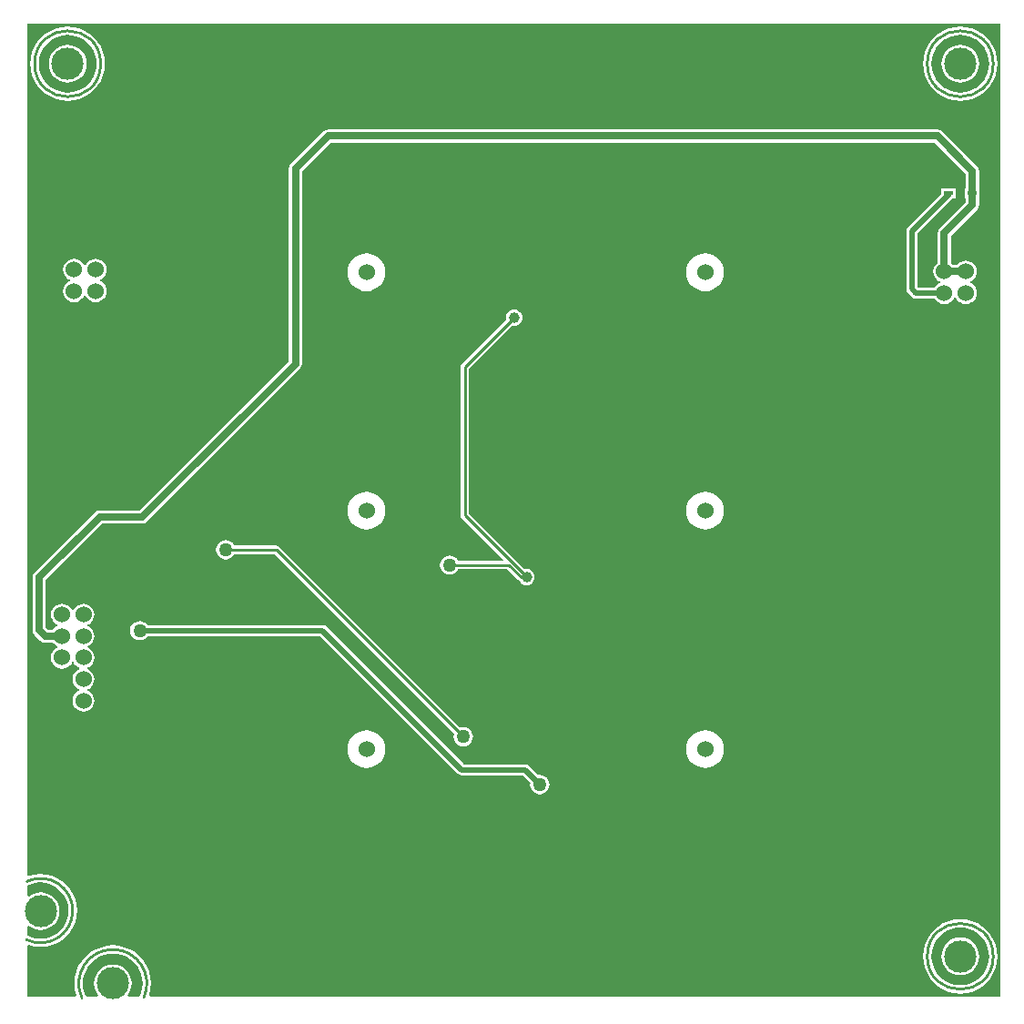
<source format=gbr>
%TF.GenerationSoftware,Altium Limited,Altium Designer,18.1.7 (191)*%
G04 Layer_Physical_Order=1*
G04 Layer_Color=255*
%FSLAX43Y43*%
%MOMM*%
%TF.FileFunction,Copper,L1,Top,Signal*%
%TF.Part,Single*%
G01*
G75*
%TA.AperFunction,NonConductor*%
%ADD10C,0.254*%
%TA.AperFunction,SMDPad,CuDef*%
%ADD11R,0.850X0.450*%
%TA.AperFunction,Conductor*%
%ADD12C,0.700*%
%ADD13C,0.254*%
%ADD14C,0.500*%
%TA.AperFunction,ComponentPad*%
%ADD15C,1.524*%
%TA.AperFunction,ViaPad*%
%ADD16C,3.000*%
%ADD17C,1.270*%
%ADD18C,1.000*%
G36*
X2709Y11549D02*
X3201Y11400D01*
X3653Y11158D01*
X4050Y10832D01*
X4376Y10435D01*
X4618Y9982D01*
X4767Y9491D01*
X4817Y8980D01*
X4767Y8469D01*
X4618Y7978D01*
X4376Y7525D01*
X4050Y7128D01*
X3653Y6803D01*
X3201Y6561D01*
X2709Y6412D01*
X2198Y6361D01*
X1687Y6412D01*
X1196Y6561D01*
X1075Y6626D01*
X1009Y6724D01*
Y7485D01*
X1123Y7539D01*
X1221Y7460D01*
X1526Y7297D01*
X1856Y7196D01*
X2200Y7163D01*
X2544Y7196D01*
X2874Y7297D01*
X3179Y7460D01*
X3446Y7679D01*
X3665Y7946D01*
X3828Y8251D01*
X3929Y8581D01*
X3962Y8925D01*
X3929Y9269D01*
X3828Y9599D01*
X3665Y9904D01*
X3446Y10171D01*
X3179Y10390D01*
X2874Y10553D01*
X2544Y10654D01*
X2200Y10687D01*
X1856Y10654D01*
X1526Y10553D01*
X1221Y10390D01*
X1123Y10311D01*
X1009Y10365D01*
Y11277D01*
X1102Y11350D01*
X1102Y11350D01*
Y11350D01*
X1215Y11405D01*
X1687Y11549D01*
X2198Y11599D01*
X2709Y11549D01*
D02*
G37*
G36*
X91447Y1009D02*
X12389D01*
X12319Y1136D01*
X12441Y1643D01*
X12485Y2200D01*
X12441Y2757D01*
X12310Y3300D01*
X12097Y3816D01*
X11805Y4292D01*
X11442Y4717D01*
X11017Y5080D01*
X10541Y5372D01*
X10025Y5585D01*
X9482Y5716D01*
X8925Y5760D01*
X8368Y5716D01*
X7825Y5585D01*
X7309Y5372D01*
X6833Y5080D01*
X6408Y4717D01*
X6045Y4292D01*
X5753Y3816D01*
X5540Y3300D01*
X5409Y2757D01*
X5365Y2200D01*
X5409Y1643D01*
X5531Y1136D01*
X5461Y1009D01*
X1009D01*
Y5699D01*
X1114Y5770D01*
X1150Y5755D01*
X1668Y5631D01*
X2198Y5589D01*
X2729Y5631D01*
X3246Y5755D01*
X3738Y5958D01*
X4192Y6236D01*
X4596Y6582D01*
X4942Y6987D01*
X5220Y7441D01*
X5424Y7932D01*
X5548Y8450D01*
X5590Y8980D01*
X5548Y9511D01*
X5424Y10028D01*
X5220Y10520D01*
X4942Y10974D01*
X4596Y11378D01*
X4192Y11724D01*
X3738Y12002D01*
X3246Y12206D01*
X2729Y12330D01*
X2198Y12372D01*
X1668Y12330D01*
X1150Y12206D01*
X1114Y12191D01*
X1009Y12261D01*
Y91447D01*
X91447D01*
Y1009D01*
D02*
G37*
G36*
X9360Y4948D02*
X9785Y4846D01*
X10188Y4679D01*
X10561Y4451D01*
X10893Y4168D01*
X11176Y3836D01*
X11404Y3463D01*
X11571Y3060D01*
X11673Y2635D01*
X11707Y2200D01*
X11673Y1765D01*
X11571Y1340D01*
X11452Y1052D01*
X11333Y1009D01*
X10365D01*
X10311Y1123D01*
X10390Y1221D01*
X10553Y1526D01*
X10654Y1856D01*
X10687Y2200D01*
X10654Y2544D01*
X10553Y2874D01*
X10390Y3179D01*
X10171Y3446D01*
X9904Y3665D01*
X9599Y3828D01*
X9269Y3929D01*
X8925Y3962D01*
X8581Y3929D01*
X8251Y3828D01*
X7946Y3665D01*
X7679Y3446D01*
X7460Y3179D01*
X7297Y2874D01*
X7196Y2544D01*
X7163Y2200D01*
X7196Y1856D01*
X7297Y1526D01*
X7460Y1221D01*
X7539Y1123D01*
X7485Y1009D01*
X6524D01*
X6406Y1033D01*
X6279Y1340D01*
X6177Y1765D01*
X6143Y2200D01*
X6177Y2635D01*
X6279Y3060D01*
X6446Y3463D01*
X6674Y3836D01*
X6957Y4168D01*
X7289Y4451D01*
X7662Y4679D01*
X8065Y4846D01*
X8490Y4948D01*
X8925Y4982D01*
X9360Y4948D01*
D02*
G37*
%LPC*%
G36*
X87750Y91210D02*
X87209Y91168D01*
X86681Y91041D01*
X86179Y90833D01*
X85716Y90549D01*
X85303Y90197D01*
X84951Y89784D01*
X84667Y89321D01*
X84459Y88819D01*
X84332Y88291D01*
X84290Y87750D01*
X84332Y87209D01*
X84459Y86681D01*
X84667Y86179D01*
X84951Y85716D01*
X85303Y85303D01*
X85716Y84951D01*
X86179Y84667D01*
X86681Y84459D01*
X87209Y84332D01*
X87750Y84290D01*
X88291Y84332D01*
X88819Y84459D01*
X89321Y84667D01*
X89784Y84951D01*
X90197Y85303D01*
X90549Y85716D01*
X90833Y86179D01*
X91041Y86681D01*
X91168Y87209D01*
X91210Y87750D01*
X91168Y88291D01*
X91041Y88819D01*
X90833Y89321D01*
X90549Y89784D01*
X90197Y90197D01*
X89784Y90549D01*
X89321Y90833D01*
X88819Y91041D01*
X88291Y91168D01*
X87750Y91210D01*
D02*
G37*
G36*
X4725D02*
X4184Y91168D01*
X3656Y91041D01*
X3154Y90833D01*
X2691Y90549D01*
X2278Y90197D01*
X1926Y89784D01*
X1642Y89321D01*
X1434Y88819D01*
X1307Y88291D01*
X1265Y87750D01*
X1307Y87209D01*
X1434Y86681D01*
X1642Y86179D01*
X1926Y85716D01*
X2278Y85303D01*
X2691Y84951D01*
X3154Y84667D01*
X3656Y84459D01*
X4184Y84332D01*
X4725Y84290D01*
X5266Y84332D01*
X5794Y84459D01*
X6296Y84667D01*
X6759Y84951D01*
X7172Y85303D01*
X7524Y85716D01*
X7808Y86179D01*
X8016Y86681D01*
X8143Y87209D01*
X8185Y87750D01*
X8143Y88291D01*
X8016Y88819D01*
X7808Y89321D01*
X7524Y89784D01*
X7172Y90197D01*
X6759Y90549D01*
X6296Y90833D01*
X5794Y91041D01*
X5266Y91168D01*
X4725Y91210D01*
D02*
G37*
G36*
X7323Y69624D02*
X7058Y69589D01*
X6811Y69486D01*
X6598Y69324D01*
X6436Y69111D01*
X6392Y69006D01*
X6254D01*
X6210Y69111D01*
X6048Y69324D01*
X5835Y69486D01*
X5588Y69589D01*
X5323Y69624D01*
X5058Y69589D01*
X4811Y69486D01*
X4598Y69324D01*
X4436Y69111D01*
X4333Y68864D01*
X4298Y68599D01*
X4333Y68334D01*
X4436Y68087D01*
X4598Y67874D01*
X4811Y67712D01*
X4916Y67668D01*
Y67530D01*
X4811Y67486D01*
X4598Y67324D01*
X4436Y67111D01*
X4333Y66864D01*
X4298Y66599D01*
X4333Y66334D01*
X4436Y66087D01*
X4598Y65874D01*
X4811Y65712D01*
X5058Y65609D01*
X5323Y65574D01*
X5588Y65609D01*
X5835Y65712D01*
X6048Y65874D01*
X6210Y66087D01*
X6254Y66192D01*
X6392D01*
X6436Y66087D01*
X6598Y65874D01*
X6811Y65712D01*
X7058Y65609D01*
X7323Y65574D01*
X7588Y65609D01*
X7835Y65712D01*
X8048Y65874D01*
X8210Y66087D01*
X8313Y66334D01*
X8348Y66599D01*
X8313Y66864D01*
X8210Y67111D01*
X8048Y67324D01*
X7835Y67486D01*
X7730Y67530D01*
Y67668D01*
X7835Y67712D01*
X8048Y67874D01*
X8210Y68087D01*
X8313Y68334D01*
X8348Y68599D01*
X8313Y68864D01*
X8210Y69111D01*
X8048Y69324D01*
X7835Y69486D01*
X7588Y69589D01*
X7323Y69624D01*
D02*
G37*
G36*
X85644Y81642D02*
X28956D01*
X28720Y81595D01*
X28521Y81461D01*
X25473Y78413D01*
X25339Y78214D01*
X25292Y77978D01*
Y60094D01*
X11407Y46209D01*
X7704D01*
X7468Y46162D01*
X7268Y46028D01*
X1647Y40407D01*
X1514Y40208D01*
X1467Y39972D01*
Y35052D01*
X1514Y34816D01*
X1647Y34617D01*
X2187Y34077D01*
X2387Y33943D01*
X2623Y33896D01*
X3383D01*
X3466Y33787D01*
X3679Y33625D01*
X3784Y33581D01*
Y33443D01*
X3679Y33399D01*
X3466Y33237D01*
X3304Y33024D01*
X3201Y32777D01*
X3166Y32512D01*
X3201Y32247D01*
X3304Y32000D01*
X3466Y31787D01*
X3679Y31625D01*
X3926Y31522D01*
X4191Y31487D01*
X4456Y31522D01*
X4703Y31625D01*
X4916Y31787D01*
X5078Y32000D01*
X5122Y32105D01*
X5260D01*
X5304Y32000D01*
X5466Y31787D01*
X5679Y31625D01*
X5784Y31581D01*
Y31443D01*
X5679Y31399D01*
X5466Y31237D01*
X5304Y31024D01*
X5201Y30777D01*
X5166Y30512D01*
X5201Y30247D01*
X5304Y30000D01*
X5466Y29787D01*
X5679Y29625D01*
X5784Y29581D01*
Y29443D01*
X5679Y29399D01*
X5466Y29237D01*
X5304Y29024D01*
X5201Y28777D01*
X5166Y28512D01*
X5201Y28247D01*
X5304Y28000D01*
X5466Y27787D01*
X5679Y27625D01*
X5926Y27522D01*
X6191Y27487D01*
X6456Y27522D01*
X6703Y27625D01*
X6916Y27787D01*
X7078Y28000D01*
X7181Y28247D01*
X7216Y28512D01*
X7181Y28777D01*
X7078Y29024D01*
X6916Y29237D01*
X6703Y29399D01*
X6598Y29443D01*
Y29581D01*
X6703Y29625D01*
X6916Y29787D01*
X7078Y30000D01*
X7181Y30247D01*
X7216Y30512D01*
X7181Y30777D01*
X7078Y31024D01*
X6916Y31237D01*
X6703Y31399D01*
X6598Y31443D01*
Y31581D01*
X6703Y31625D01*
X6916Y31787D01*
X7078Y32000D01*
X7181Y32247D01*
X7216Y32512D01*
X7181Y32777D01*
X7078Y33024D01*
X6916Y33237D01*
X6703Y33399D01*
X6598Y33443D01*
Y33581D01*
X6703Y33625D01*
X6916Y33787D01*
X7078Y34000D01*
X7181Y34247D01*
X7216Y34512D01*
X7181Y34777D01*
X7078Y35024D01*
X6916Y35237D01*
X6703Y35399D01*
X6598Y35443D01*
Y35581D01*
X6703Y35625D01*
X6916Y35787D01*
X7078Y36000D01*
X7181Y36247D01*
X7216Y36512D01*
X7181Y36777D01*
X7078Y37024D01*
X6916Y37237D01*
X6703Y37399D01*
X6456Y37502D01*
X6191Y37537D01*
X5926Y37502D01*
X5679Y37399D01*
X5466Y37237D01*
X5304Y37024D01*
X5260Y36919D01*
X5122D01*
X5078Y37024D01*
X4916Y37237D01*
X4703Y37399D01*
X4456Y37502D01*
X4191Y37537D01*
X3926Y37502D01*
X3679Y37399D01*
X3466Y37237D01*
X3304Y37024D01*
X3201Y36777D01*
X3166Y36512D01*
X3201Y36247D01*
X3304Y36000D01*
X3466Y35787D01*
X3679Y35625D01*
X3784Y35581D01*
Y35443D01*
X3679Y35399D01*
X3466Y35237D01*
X3383Y35128D01*
X2878D01*
X2699Y35307D01*
Y39717D01*
X7959Y44977D01*
X11662D01*
X11898Y45024D01*
X12098Y45158D01*
X26343Y59403D01*
X26477Y59603D01*
X26524Y59839D01*
Y77723D01*
X29211Y80410D01*
X85389D01*
X88278Y77521D01*
Y76171D01*
X88215D01*
Y75213D01*
X88278D01*
Y74860D01*
X85830Y72411D01*
X85696Y72212D01*
X85649Y71976D01*
Y69229D01*
X85540Y69146D01*
X85378Y68933D01*
X85275Y68686D01*
X85240Y68421D01*
X85275Y68156D01*
X85378Y67909D01*
X85540Y67696D01*
X85753Y67534D01*
X85858Y67490D01*
Y67352D01*
X85753Y67308D01*
X85540Y67146D01*
X85379Y66935D01*
X83837D01*
X83757Y67015D01*
Y71965D01*
X87004Y75213D01*
X87323D01*
Y76171D01*
X85965D01*
Y75627D01*
X82880Y72542D01*
X82768Y72375D01*
X82729Y72178D01*
Y66802D01*
X82768Y66605D01*
X82880Y66439D01*
X83261Y66058D01*
X83427Y65946D01*
X83624Y65907D01*
X85379D01*
X85540Y65696D01*
X85753Y65534D01*
X86000Y65431D01*
X86265Y65396D01*
X86530Y65431D01*
X86777Y65534D01*
X86990Y65696D01*
X87152Y65909D01*
X87196Y66014D01*
X87334D01*
X87378Y65909D01*
X87540Y65696D01*
X87753Y65534D01*
X88000Y65431D01*
X88265Y65396D01*
X88530Y65431D01*
X88777Y65534D01*
X88990Y65696D01*
X89152Y65909D01*
X89255Y66156D01*
X89290Y66421D01*
X89255Y66686D01*
X89152Y66933D01*
X88990Y67146D01*
X88777Y67308D01*
X88672Y67352D01*
Y67490D01*
X88777Y67534D01*
X88990Y67696D01*
X89152Y67909D01*
X89255Y68156D01*
X89290Y68421D01*
X89255Y68686D01*
X89152Y68933D01*
X88990Y69146D01*
X88777Y69308D01*
X88530Y69411D01*
X88265Y69446D01*
X88000Y69411D01*
X87753Y69308D01*
X87540Y69146D01*
X87457Y69037D01*
X87073D01*
X86990Y69146D01*
X86881Y69229D01*
Y71721D01*
X89329Y74170D01*
X89463Y74369D01*
X89510Y74605D01*
Y75213D01*
X89573D01*
Y76171D01*
X89510D01*
Y77776D01*
X89463Y78012D01*
X89329Y78212D01*
X86080Y81461D01*
X85880Y81595D01*
X85644Y81642D01*
D02*
G37*
G36*
X64012Y70120D02*
X63668Y70087D01*
X63338Y69986D01*
X63033Y69823D01*
X62766Y69604D01*
X62547Y69337D01*
X62384Y69032D01*
X62283Y68702D01*
X62250Y68358D01*
X62283Y68014D01*
X62384Y67684D01*
X62547Y67379D01*
X62766Y67112D01*
X63033Y66893D01*
X63338Y66730D01*
X63668Y66629D01*
X64012Y66596D01*
X64356Y66629D01*
X64686Y66730D01*
X64991Y66893D01*
X65258Y67112D01*
X65477Y67379D01*
X65640Y67684D01*
X65741Y68014D01*
X65774Y68358D01*
X65741Y68702D01*
X65640Y69032D01*
X65477Y69337D01*
X65258Y69604D01*
X64991Y69823D01*
X64686Y69986D01*
X64356Y70087D01*
X64012Y70120D01*
D02*
G37*
G36*
X32512D02*
X32168Y70087D01*
X31838Y69986D01*
X31533Y69823D01*
X31266Y69604D01*
X31047Y69337D01*
X30884Y69032D01*
X30783Y68702D01*
X30750Y68358D01*
X30783Y68014D01*
X30884Y67684D01*
X31047Y67379D01*
X31266Y67112D01*
X31533Y66893D01*
X31838Y66730D01*
X32168Y66629D01*
X32512Y66596D01*
X32856Y66629D01*
X33186Y66730D01*
X33491Y66893D01*
X33758Y67112D01*
X33977Y67379D01*
X34140Y67684D01*
X34241Y68014D01*
X34274Y68358D01*
X34241Y68702D01*
X34140Y69032D01*
X33977Y69337D01*
X33758Y69604D01*
X33491Y69823D01*
X33186Y69986D01*
X32856Y70087D01*
X32512Y70120D01*
D02*
G37*
G36*
X46260Y64896D02*
X46063Y64870D01*
X45880Y64794D01*
X45722Y64673D01*
X45601Y64515D01*
X45525Y64332D01*
X45500Y64135D01*
X45524Y63948D01*
X41381Y59806D01*
X41297Y59680D01*
X41268Y59531D01*
Y45760D01*
X41297Y45612D01*
X41381Y45486D01*
X45242Y41625D01*
X45194Y41507D01*
X41060D01*
X41036Y41567D01*
X40893Y41753D01*
X40707Y41895D01*
X40491Y41985D01*
X40259Y42015D01*
X40027Y41985D01*
X39811Y41895D01*
X39625Y41753D01*
X39482Y41567D01*
X39393Y41351D01*
X39362Y41119D01*
X39393Y40887D01*
X39482Y40670D01*
X39625Y40485D01*
X39811Y40342D01*
X40027Y40253D01*
X40259Y40222D01*
X40491Y40253D01*
X40707Y40342D01*
X40893Y40485D01*
X41036Y40670D01*
X41060Y40730D01*
X45628D01*
X46628Y39730D01*
X46740Y39656D01*
X46753Y39625D01*
X46873Y39467D01*
X47031Y39346D01*
X47214Y39270D01*
X47411Y39244D01*
X47608Y39270D01*
X47791Y39346D01*
X47949Y39467D01*
X48070Y39625D01*
X48146Y39808D01*
X48172Y40005D01*
X48146Y40202D01*
X48070Y40385D01*
X47949Y40543D01*
X47791Y40664D01*
X47608Y40740D01*
X47411Y40766D01*
X47225Y40741D01*
X42044Y45921D01*
Y59370D01*
X46073Y63399D01*
X46260Y63374D01*
X46457Y63400D01*
X46640Y63476D01*
X46798Y63597D01*
X46919Y63755D01*
X46995Y63938D01*
X47021Y64135D01*
X46995Y64332D01*
X46919Y64515D01*
X46798Y64673D01*
X46640Y64794D01*
X46457Y64870D01*
X46260Y64896D01*
D02*
G37*
G36*
X64012Y47941D02*
X63668Y47908D01*
X63338Y47807D01*
X63033Y47644D01*
X62766Y47425D01*
X62547Y47158D01*
X62384Y46853D01*
X62283Y46523D01*
X62250Y46179D01*
X62283Y45835D01*
X62384Y45505D01*
X62547Y45200D01*
X62766Y44933D01*
X63033Y44714D01*
X63338Y44551D01*
X63668Y44450D01*
X64012Y44417D01*
X64356Y44450D01*
X64686Y44551D01*
X64991Y44714D01*
X65258Y44933D01*
X65477Y45200D01*
X65640Y45505D01*
X65741Y45835D01*
X65774Y46179D01*
X65741Y46523D01*
X65640Y46853D01*
X65477Y47158D01*
X65258Y47425D01*
X64991Y47644D01*
X64686Y47807D01*
X64356Y47908D01*
X64012Y47941D01*
D02*
G37*
G36*
X32512D02*
X32168Y47908D01*
X31838Y47807D01*
X31533Y47644D01*
X31266Y47425D01*
X31047Y47158D01*
X30884Y46853D01*
X30783Y46523D01*
X30750Y46179D01*
X30783Y45835D01*
X30884Y45505D01*
X31047Y45200D01*
X31266Y44933D01*
X31533Y44714D01*
X31838Y44551D01*
X32168Y44450D01*
X32512Y44417D01*
X32856Y44450D01*
X33186Y44551D01*
X33491Y44714D01*
X33758Y44933D01*
X33977Y45200D01*
X34140Y45505D01*
X34241Y45835D01*
X34274Y46179D01*
X34241Y46523D01*
X34140Y46853D01*
X33977Y47158D01*
X33758Y47425D01*
X33491Y47644D01*
X33186Y47807D01*
X32856Y47908D01*
X32512Y47941D01*
D02*
G37*
G36*
X19431Y43442D02*
X19199Y43411D01*
X18983Y43322D01*
X18797Y43179D01*
X18654Y42993D01*
X18565Y42777D01*
X18534Y42545D01*
X18565Y42313D01*
X18654Y42097D01*
X18797Y41911D01*
X18983Y41768D01*
X19199Y41679D01*
X19431Y41648D01*
X19663Y41679D01*
X19879Y41768D01*
X20065Y41911D01*
X20208Y42097D01*
X20232Y42157D01*
X23969D01*
X40688Y25438D01*
X40663Y25378D01*
X40632Y25146D01*
X40663Y24914D01*
X40752Y24698D01*
X40895Y24512D01*
X41081Y24369D01*
X41297Y24280D01*
X41529Y24249D01*
X41761Y24280D01*
X41977Y24369D01*
X42163Y24512D01*
X42306Y24698D01*
X42395Y24914D01*
X42426Y25146D01*
X42395Y25378D01*
X42306Y25594D01*
X42163Y25780D01*
X41977Y25923D01*
X41761Y26012D01*
X41529Y26043D01*
X41297Y26012D01*
X41237Y25987D01*
X24405Y42820D01*
X24279Y42904D01*
X24130Y42933D01*
X20232D01*
X20208Y42993D01*
X20065Y43179D01*
X19879Y43322D01*
X19663Y43411D01*
X19431Y43442D01*
D02*
G37*
G36*
X64012Y25762D02*
X63668Y25729D01*
X63338Y25628D01*
X63033Y25465D01*
X62766Y25246D01*
X62547Y24979D01*
X62384Y24674D01*
X62283Y24344D01*
X62250Y24000D01*
X62283Y23656D01*
X62384Y23326D01*
X62547Y23021D01*
X62766Y22754D01*
X63033Y22535D01*
X63338Y22372D01*
X63668Y22271D01*
X64012Y22238D01*
X64356Y22271D01*
X64686Y22372D01*
X64991Y22535D01*
X65258Y22754D01*
X65477Y23021D01*
X65640Y23326D01*
X65741Y23656D01*
X65774Y24000D01*
X65741Y24344D01*
X65640Y24674D01*
X65477Y24979D01*
X65258Y25246D01*
X64991Y25465D01*
X64686Y25628D01*
X64356Y25729D01*
X64012Y25762D01*
D02*
G37*
G36*
X32512D02*
X32168Y25729D01*
X31838Y25628D01*
X31533Y25465D01*
X31266Y25246D01*
X31047Y24979D01*
X30884Y24674D01*
X30783Y24344D01*
X30750Y24000D01*
X30783Y23656D01*
X30884Y23326D01*
X31047Y23021D01*
X31266Y22754D01*
X31533Y22535D01*
X31838Y22372D01*
X32168Y22271D01*
X32512Y22238D01*
X32856Y22271D01*
X33186Y22372D01*
X33491Y22535D01*
X33758Y22754D01*
X33977Y23021D01*
X34140Y23326D01*
X34241Y23656D01*
X34274Y24000D01*
X34241Y24344D01*
X34140Y24674D01*
X33977Y24979D01*
X33758Y25246D01*
X33491Y25465D01*
X33186Y25628D01*
X32856Y25729D01*
X32512Y25762D01*
D02*
G37*
G36*
X11430Y35921D02*
X11198Y35890D01*
X10982Y35801D01*
X10796Y35658D01*
X10653Y35473D01*
X10564Y35256D01*
X10533Y35024D01*
X10564Y34792D01*
X10653Y34576D01*
X10796Y34390D01*
X10982Y34248D01*
X11198Y34158D01*
X11430Y34128D01*
X11662Y34158D01*
X11878Y34248D01*
X12064Y34390D01*
X12156Y34511D01*
X28232D01*
X41031Y21711D01*
X41198Y21599D01*
X41395Y21560D01*
X47055D01*
X47764Y20851D01*
X47744Y20701D01*
X47775Y20469D01*
X47864Y20253D01*
X48007Y20067D01*
X48193Y19924D01*
X48409Y19835D01*
X48641Y19804D01*
X48873Y19835D01*
X49089Y19924D01*
X49275Y20067D01*
X49418Y20253D01*
X49507Y20469D01*
X49538Y20701D01*
X49507Y20933D01*
X49418Y21149D01*
X49275Y21335D01*
X49089Y21478D01*
X48873Y21567D01*
X48641Y21598D01*
X48491Y21578D01*
X47631Y22438D01*
X47464Y22549D01*
X47268Y22588D01*
X41608D01*
X28808Y35388D01*
X28641Y35499D01*
X28445Y35538D01*
X12156D01*
X12064Y35658D01*
X11878Y35801D01*
X11662Y35890D01*
X11430Y35921D01*
D02*
G37*
G36*
X87750Y8185D02*
X87209Y8143D01*
X86681Y8016D01*
X86179Y7808D01*
X85716Y7524D01*
X85303Y7172D01*
X84951Y6759D01*
X84667Y6296D01*
X84459Y5794D01*
X84332Y5266D01*
X84290Y4725D01*
X84332Y4184D01*
X84459Y3656D01*
X84667Y3154D01*
X84951Y2691D01*
X85303Y2278D01*
X85716Y1926D01*
X86179Y1642D01*
X86681Y1434D01*
X87209Y1307D01*
X87750Y1265D01*
X88291Y1307D01*
X88819Y1434D01*
X89321Y1642D01*
X89784Y1926D01*
X90197Y2278D01*
X90549Y2691D01*
X90833Y3154D01*
X91041Y3656D01*
X91168Y4184D01*
X91210Y4725D01*
X91168Y5266D01*
X91041Y5794D01*
X90833Y6296D01*
X90549Y6759D01*
X90197Y7172D01*
X89784Y7524D01*
X89321Y7808D01*
X88819Y8016D01*
X88291Y8143D01*
X87750Y8185D01*
D02*
G37*
%LPD*%
G36*
X88170Y90400D02*
X88579Y90302D01*
X88968Y90141D01*
X89327Y89921D01*
X89647Y89647D01*
X89921Y89327D01*
X90141Y88968D01*
X90302Y88579D01*
X90400Y88170D01*
X90433Y87750D01*
X90400Y87330D01*
X90302Y86921D01*
X90141Y86532D01*
X89921Y86173D01*
X89647Y85853D01*
X89327Y85579D01*
X88968Y85359D01*
X88579Y85198D01*
X88170Y85100D01*
X87750Y85067D01*
X87330Y85100D01*
X86921Y85198D01*
X86532Y85359D01*
X86173Y85579D01*
X85853Y85853D01*
X85579Y86173D01*
X85359Y86532D01*
X85198Y86921D01*
X85100Y87330D01*
X85067Y87750D01*
X85100Y88170D01*
X85198Y88579D01*
X85359Y88968D01*
X85579Y89327D01*
X85853Y89647D01*
X86173Y89921D01*
X86532Y90141D01*
X86921Y90302D01*
X87330Y90400D01*
X87750Y90433D01*
X88170Y90400D01*
D02*
G37*
%LPC*%
G36*
X87750Y89512D02*
X87406Y89479D01*
X87076Y89378D01*
X86771Y89215D01*
X86504Y88996D01*
X86285Y88729D01*
X86122Y88424D01*
X86021Y88094D01*
X85988Y87750D01*
X86021Y87406D01*
X86122Y87076D01*
X86285Y86771D01*
X86504Y86504D01*
X86771Y86285D01*
X87076Y86122D01*
X87406Y86021D01*
X87750Y85988D01*
X88094Y86021D01*
X88424Y86122D01*
X88729Y86285D01*
X88996Y86504D01*
X89215Y86771D01*
X89378Y87076D01*
X89479Y87406D01*
X89512Y87750D01*
X89479Y88094D01*
X89378Y88424D01*
X89215Y88729D01*
X88996Y88996D01*
X88729Y89215D01*
X88424Y89378D01*
X88094Y89479D01*
X87750Y89512D01*
D02*
G37*
%LPD*%
G36*
X5145Y90400D02*
X5554Y90302D01*
X5943Y90141D01*
X6302Y89921D01*
X6622Y89647D01*
X6896Y89327D01*
X7116Y88968D01*
X7277Y88579D01*
X7375Y88170D01*
X7408Y87750D01*
X7375Y87330D01*
X7277Y86921D01*
X7116Y86532D01*
X6896Y86173D01*
X6622Y85853D01*
X6302Y85579D01*
X5943Y85359D01*
X5554Y85198D01*
X5145Y85100D01*
X4725Y85067D01*
X4305Y85100D01*
X3896Y85198D01*
X3507Y85359D01*
X3148Y85579D01*
X2828Y85853D01*
X2554Y86173D01*
X2334Y86532D01*
X2173Y86921D01*
X2075Y87330D01*
X2042Y87750D01*
X2075Y88170D01*
X2173Y88579D01*
X2334Y88968D01*
X2554Y89327D01*
X2828Y89647D01*
X3148Y89921D01*
X3507Y90141D01*
X3896Y90302D01*
X4305Y90400D01*
X4725Y90433D01*
X5145Y90400D01*
D02*
G37*
%LPC*%
G36*
X4725Y89512D02*
X4381Y89479D01*
X4051Y89378D01*
X3746Y89215D01*
X3479Y88996D01*
X3260Y88729D01*
X3097Y88424D01*
X2996Y88094D01*
X2963Y87750D01*
X2996Y87406D01*
X3097Y87076D01*
X3260Y86771D01*
X3479Y86504D01*
X3746Y86285D01*
X4051Y86122D01*
X4381Y86021D01*
X4725Y85988D01*
X5069Y86021D01*
X5399Y86122D01*
X5704Y86285D01*
X5971Y86504D01*
X6190Y86771D01*
X6353Y87076D01*
X6454Y87406D01*
X6487Y87750D01*
X6454Y88094D01*
X6353Y88424D01*
X6190Y88729D01*
X5971Y88996D01*
X5704Y89215D01*
X5399Y89378D01*
X5069Y89479D01*
X4725Y89512D01*
D02*
G37*
%LPD*%
G36*
X88170Y7375D02*
X88579Y7277D01*
X88968Y7116D01*
X89327Y6896D01*
X89647Y6622D01*
X89921Y6302D01*
X90141Y5943D01*
X90302Y5554D01*
X90400Y5145D01*
X90433Y4725D01*
X90400Y4305D01*
X90302Y3896D01*
X90141Y3507D01*
X89921Y3148D01*
X89647Y2828D01*
X89327Y2554D01*
X88968Y2334D01*
X88579Y2173D01*
X88170Y2075D01*
X87750Y2042D01*
X87330Y2075D01*
X86921Y2173D01*
X86532Y2334D01*
X86173Y2554D01*
X85853Y2828D01*
X85579Y3148D01*
X85359Y3507D01*
X85198Y3896D01*
X85100Y4305D01*
X85067Y4725D01*
X85100Y5145D01*
X85198Y5554D01*
X85359Y5943D01*
X85579Y6302D01*
X85853Y6622D01*
X86173Y6896D01*
X86532Y7116D01*
X86921Y7277D01*
X87330Y7375D01*
X87750Y7408D01*
X88170Y7375D01*
D02*
G37*
%LPC*%
G36*
X87750Y6487D02*
X87406Y6454D01*
X87076Y6353D01*
X86771Y6190D01*
X86504Y5971D01*
X86285Y5704D01*
X86122Y5399D01*
X86021Y5069D01*
X85988Y4725D01*
X86021Y4381D01*
X86122Y4051D01*
X86285Y3746D01*
X86504Y3479D01*
X86771Y3260D01*
X87076Y3097D01*
X87406Y2996D01*
X87750Y2963D01*
X88094Y2996D01*
X88424Y3097D01*
X88729Y3260D01*
X88996Y3479D01*
X89215Y3746D01*
X89378Y4051D01*
X89479Y4381D01*
X89512Y4725D01*
X89479Y5069D01*
X89378Y5399D01*
X89215Y5704D01*
X88996Y5971D01*
X88729Y6190D01*
X88424Y6353D01*
X88094Y6454D01*
X87750Y6487D01*
D02*
G37*
%LPD*%
D10*
X11809Y890D02*
G03*
X6051Y868I-2884J1310D01*
G01*
X906Y6273D02*
G03*
X939Y11703I1292J2707D01*
G01*
X7793Y87750D02*
G03*
X7793Y87750I-3068J0D01*
G01*
X90818Y4725D02*
G03*
X90818Y4725I-3068J0D01*
G01*
Y87750D02*
G03*
X90818Y87750I-3068J0D01*
G01*
D11*
X88894Y75692D02*
D03*
X86644D02*
D03*
D12*
X85644Y81026D02*
X88894Y77776D01*
Y75692D02*
Y77776D01*
X28956Y81026D02*
X85644D01*
X25908Y77978D02*
X28956Y81026D01*
X25908Y59839D02*
Y77978D01*
X11662Y45593D02*
X25908Y59839D01*
X7704Y45593D02*
X11662D01*
X2083Y39972D02*
X7704Y45593D01*
X2083Y35052D02*
Y39972D01*
Y35052D02*
X2623Y34512D01*
X4191D01*
X86265Y68421D02*
X88265D01*
X88894Y74605D02*
Y75692D01*
X86265Y71976D02*
X88894Y74605D01*
X86265Y68421D02*
Y71976D01*
D13*
X45789Y41119D02*
X46903Y40005D01*
X40259Y41119D02*
X45789D01*
X24130Y42545D02*
X41529Y25146D01*
X19431Y42545D02*
X24130D01*
X46903Y40005D02*
X47411D01*
X41656Y59531D02*
X46260Y64135D01*
X41656Y45760D02*
Y59531D01*
Y45760D02*
X47411Y40005D01*
D14*
X83243Y66802D02*
X83624Y66421D01*
X86265D01*
X83243Y66802D02*
Y72178D01*
X47268Y22074D02*
X48641Y20701D01*
X41395Y22074D02*
X47268D01*
X28445Y35024D02*
X41395Y22074D01*
X11430Y35024D02*
X28445D01*
X83243Y72178D02*
X86700Y75636D01*
D15*
X32512Y46179D02*
D03*
X64012Y24000D02*
D03*
Y68358D02*
D03*
X32512D02*
D03*
Y24000D02*
D03*
X64012Y46179D02*
D03*
X6191Y28512D02*
D03*
X4191D02*
D03*
X6191Y30512D02*
D03*
X4191D02*
D03*
X6191Y32512D02*
D03*
X4191D02*
D03*
X6191Y34512D02*
D03*
X4191D02*
D03*
X6191Y36512D02*
D03*
X4191D02*
D03*
X5323Y68599D02*
D03*
Y66599D02*
D03*
X7323Y68599D02*
D03*
Y66599D02*
D03*
X88265Y68421D02*
D03*
X86265D02*
D03*
X88265Y66421D02*
D03*
X86265D02*
D03*
D16*
X8925Y2200D02*
D03*
X4725Y87750D02*
D03*
X87750D02*
D03*
Y4725D02*
D03*
X2200Y8925D02*
D03*
D17*
X40259Y41119D02*
D03*
X19431Y42545D02*
D03*
X11430Y35024D02*
D03*
X6985Y23644D02*
D03*
X66802Y5207D02*
D03*
X58547Y87630D02*
D03*
X44322Y88138D02*
D03*
X76454Y69723D02*
D03*
X20701Y68929D02*
D03*
X8382Y50292D02*
D03*
X29845Y4292D02*
D03*
X86122Y22733D02*
D03*
X41529Y25146D02*
D03*
X48641Y20701D02*
D03*
X23876Y46736D02*
D03*
X75565Y46002D02*
D03*
X58674Y48766D02*
D03*
X45301Y50800D02*
D03*
X38989Y65532D02*
D03*
D18*
X46260Y64135D02*
D03*
X47411Y40005D02*
D03*
%TF.MD5,2fec9250c55d866be28f0014be68ad43*%
M02*

</source>
